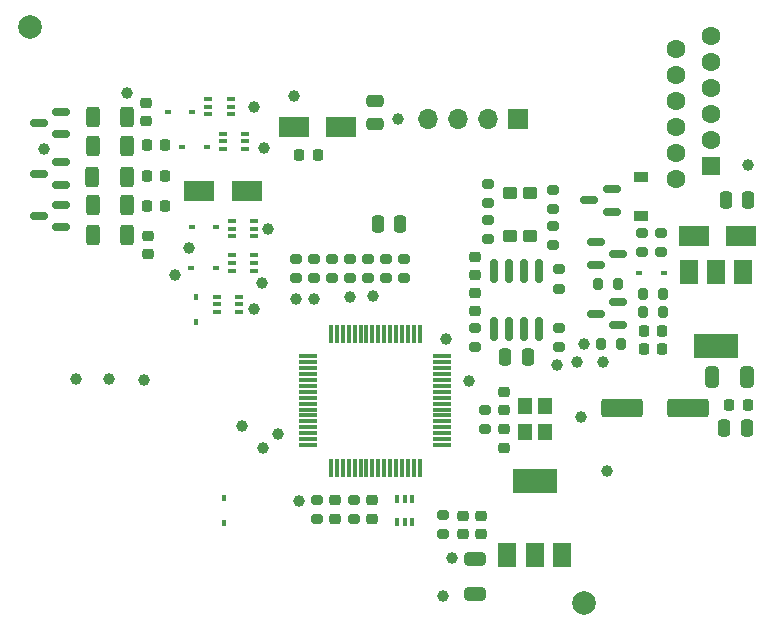
<source format=gbs>
G04 #@! TF.GenerationSoftware,KiCad,Pcbnew,(6.0.5)*
G04 #@! TF.CreationDate,2022-08-10T11:04:04+08:00*
G04 #@! TF.ProjectId,SX7H02050048,53583748-3032-4303-9530-3034382e6b69,rev?*
G04 #@! TF.SameCoordinates,PX59a5380PY6d321a0*
G04 #@! TF.FileFunction,Soldermask,Bot*
G04 #@! TF.FilePolarity,Negative*
%FSLAX46Y46*%
G04 Gerber Fmt 4.6, Leading zero omitted, Abs format (unit mm)*
G04 Created by KiCad (PCBNEW (6.0.5)) date 2022-08-10 11:04:04*
%MOMM*%
%LPD*%
G01*
G04 APERTURE LIST*
G04 Aperture macros list*
%AMRoundRect*
0 Rectangle with rounded corners*
0 $1 Rounding radius*
0 $2 $3 $4 $5 $6 $7 $8 $9 X,Y pos of 4 corners*
0 Add a 4 corners polygon primitive as box body*
4,1,4,$2,$3,$4,$5,$6,$7,$8,$9,$2,$3,0*
0 Add four circle primitives for the rounded corners*
1,1,$1+$1,$2,$3*
1,1,$1+$1,$4,$5*
1,1,$1+$1,$6,$7*
1,1,$1+$1,$8,$9*
0 Add four rect primitives between the rounded corners*
20,1,$1+$1,$2,$3,$4,$5,0*
20,1,$1+$1,$4,$5,$6,$7,0*
20,1,$1+$1,$6,$7,$8,$9,0*
20,1,$1+$1,$8,$9,$2,$3,0*%
G04 Aperture macros list end*
%ADD10R,2.500000X1.800000*%
%ADD11R,1.700000X1.700000*%
%ADD12O,1.700000X1.700000*%
%ADD13C,1.000000*%
%ADD14R,1.600000X1.600000*%
%ADD15C,1.600000*%
%ADD16RoundRect,0.250000X-0.250000X-0.475000X0.250000X-0.475000X0.250000X0.475000X-0.250000X0.475000X0*%
%ADD17RoundRect,0.200000X0.275000X-0.200000X0.275000X0.200000X-0.275000X0.200000X-0.275000X-0.200000X0*%
%ADD18RoundRect,0.200000X-0.275000X0.200000X-0.275000X-0.200000X0.275000X-0.200000X0.275000X0.200000X0*%
%ADD19R,0.600000X0.450000*%
%ADD20RoundRect,0.200000X-0.200000X-0.275000X0.200000X-0.275000X0.200000X0.275000X-0.200000X0.275000X0*%
%ADD21RoundRect,0.225000X0.250000X-0.225000X0.250000X0.225000X-0.250000X0.225000X-0.250000X-0.225000X0*%
%ADD22RoundRect,0.225000X-0.250000X0.225000X-0.250000X-0.225000X0.250000X-0.225000X0.250000X0.225000X0*%
%ADD23RoundRect,0.250000X0.475000X-0.250000X0.475000X0.250000X-0.475000X0.250000X-0.475000X-0.250000X0*%
%ADD24RoundRect,0.200000X0.200000X0.275000X-0.200000X0.275000X-0.200000X-0.275000X0.200000X-0.275000X0*%
%ADD25RoundRect,0.250000X-0.312500X-0.625000X0.312500X-0.625000X0.312500X0.625000X-0.312500X0.625000X0*%
%ADD26RoundRect,0.150000X0.587500X0.150000X-0.587500X0.150000X-0.587500X-0.150000X0.587500X-0.150000X0*%
%ADD27R,0.650000X0.400000*%
%ADD28R,1.200000X0.900000*%
%ADD29RoundRect,0.150000X0.150000X-0.825000X0.150000X0.825000X-0.150000X0.825000X-0.150000X-0.825000X0*%
%ADD30R,0.450000X0.600000*%
%ADD31RoundRect,0.225000X-0.225000X-0.250000X0.225000X-0.250000X0.225000X0.250000X-0.225000X0.250000X0*%
%ADD32R,1.500000X2.000000*%
%ADD33R,3.800000X2.000000*%
%ADD34RoundRect,0.075000X0.700000X0.075000X-0.700000X0.075000X-0.700000X-0.075000X0.700000X-0.075000X0*%
%ADD35RoundRect,0.075000X0.075000X0.700000X-0.075000X0.700000X-0.075000X-0.700000X0.075000X-0.700000X0*%
%ADD36RoundRect,0.150000X-0.587500X-0.150000X0.587500X-0.150000X0.587500X0.150000X-0.587500X0.150000X0*%
%ADD37C,2.000000*%
%ADD38RoundRect,0.250000X0.250000X0.475000X-0.250000X0.475000X-0.250000X-0.475000X0.250000X-0.475000X0*%
%ADD39RoundRect,0.250000X-0.650000X0.325000X-0.650000X-0.325000X0.650000X-0.325000X0.650000X0.325000X0*%
%ADD40RoundRect,0.225000X0.225000X0.250000X-0.225000X0.250000X-0.225000X-0.250000X0.225000X-0.250000X0*%
%ADD41R,0.400000X0.650000*%
%ADD42RoundRect,0.250000X-0.325000X-0.650000X0.325000X-0.650000X0.325000X0.650000X-0.325000X0.650000X0*%
%ADD43R,1.200000X1.400000*%
%ADD44RoundRect,0.050000X0.525000X0.450000X-0.525000X0.450000X-0.525000X-0.450000X0.525000X-0.450000X0*%
%ADD45RoundRect,0.250000X1.500000X0.550000X-1.500000X0.550000X-1.500000X-0.550000X1.500000X-0.550000X0*%
G04 APERTURE END LIST*
D10*
G04 #@! TO.C,D104*
X15912400Y36522000D03*
X19912400Y36522000D03*
G04 #@! TD*
D11*
G04 #@! TO.C,J101*
X42896000Y42618000D03*
D12*
X40356000Y42618000D03*
X37816000Y42618000D03*
X35276000Y42618000D03*
G04 #@! TD*
D13*
G04 #@! TO.C,TP83*
X13823000Y29359200D03*
G04 #@! TD*
D14*
G04 #@! TO.C,J1*
X59250000Y38650000D03*
D15*
X59250000Y40850000D03*
X59250000Y43050000D03*
X59250000Y45250000D03*
X59250000Y47450000D03*
X59250000Y49650000D03*
X56250000Y37550000D03*
X56250000Y39750000D03*
X56250000Y41950000D03*
X56250000Y44150000D03*
X56250000Y46350000D03*
X56250000Y48550000D03*
G04 #@! TD*
D13*
G04 #@! TO.C,TP73*
X9784400Y44827800D03*
G04 #@! TD*
G04 #@! TO.C,TP70*
X2774000Y40078000D03*
G04 #@! TD*
G04 #@! TO.C,TP84*
X15067600Y31696000D03*
G04 #@! TD*
G04 #@! TO.C,TP23*
X46208000Y21790000D03*
G04 #@! TD*
G04 #@! TO.C,TP12*
X50399000Y12773000D03*
G04 #@! TD*
D16*
G04 #@! TO.C,C148*
X41829000Y22425000D03*
X43729000Y22425000D03*
G04 #@! TD*
D13*
G04 #@! TO.C,TP50*
X5491800Y20545400D03*
G04 #@! TD*
D17*
G04 #@! TO.C,L105*
X33254000Y29093000D03*
X33254000Y30743000D03*
G04 #@! TD*
G04 #@! TO.C,R134*
X24110000Y29093000D03*
X24110000Y30743000D03*
G04 #@! TD*
D13*
G04 #@! TO.C,TP57*
X25634000Y27378000D03*
G04 #@! TD*
G04 #@! TO.C,TP72*
X20579400Y43608600D03*
G04 #@! TD*
D18*
G04 #@! TO.C,R154*
X46335000Y24901000D03*
X46335000Y23251000D03*
G04 #@! TD*
D19*
G04 #@! TO.C,D7*
X15262200Y33423200D03*
X17362200Y33423200D03*
G04 #@! TD*
D13*
G04 #@! TO.C,TP80*
X20579400Y26489000D03*
G04 #@! TD*
D18*
G04 #@! TO.C,R152*
X46335000Y29854000D03*
X46335000Y28204000D03*
G04 #@! TD*
D20*
G04 #@! TO.C,R102*
X49701000Y28648000D03*
X51351000Y28648000D03*
G04 #@! TD*
D21*
G04 #@! TO.C,C139*
X11435400Y42401800D03*
X11435400Y43951800D03*
G04 #@! TD*
D19*
G04 #@! TO.C,D6*
X13230200Y43151400D03*
X15330200Y43151400D03*
G04 #@! TD*
D13*
G04 #@! TO.C,TP71*
X21747800Y33245400D03*
G04 #@! TD*
G04 #@! TO.C,TP17*
X23932200Y44523000D03*
G04 #@! TD*
G04 #@! TO.C,TP4*
X62337000Y38681000D03*
G04 #@! TD*
G04 #@! TO.C,TP60*
X28682000Y27505000D03*
G04 #@! TD*
D10*
G04 #@! TO.C,D105*
X23938800Y41906800D03*
X27938800Y41906800D03*
G04 #@! TD*
D22*
G04 #@! TO.C,C114*
X41712200Y19517000D03*
X41712200Y17967000D03*
G04 #@! TD*
D23*
G04 #@! TO.C,C109*
X30813000Y42176000D03*
X30813000Y44076000D03*
G04 #@! TD*
D24*
G04 #@! TO.C,R103*
X55149400Y27741000D03*
X53499400Y27741000D03*
G04 #@! TD*
D17*
G04 #@! TO.C,R115*
X31730000Y29093000D03*
X31730000Y30743000D03*
G04 #@! TD*
D18*
G04 #@! TO.C,R106*
X53425000Y32950000D03*
X53425000Y31300000D03*
G04 #@! TD*
D21*
G04 #@! TO.C,C111*
X39731000Y7426000D03*
X39731000Y8976000D03*
G04 #@! TD*
D13*
G04 #@! TO.C,TP43*
X21316000Y14779600D03*
G04 #@! TD*
D16*
G04 #@! TO.C,C132*
X31034000Y33728000D03*
X32934000Y33728000D03*
G04 #@! TD*
D25*
G04 #@! TO.C,R147*
X6875900Y40305400D03*
X9800900Y40305400D03*
G04 #@! TD*
D26*
G04 #@! TO.C,D8*
X4219500Y35338400D03*
X4219500Y33438400D03*
X2344500Y34388400D03*
G04 #@! TD*
D18*
G04 #@! TO.C,R135*
X25634000Y30743000D03*
X25634000Y29093000D03*
G04 #@! TD*
D19*
G04 #@! TO.C,D3*
X53150000Y29575000D03*
X55250000Y29575000D03*
G04 #@! TD*
D18*
G04 #@! TO.C,R114*
X30206000Y30743000D03*
X30206000Y29093000D03*
G04 #@! TD*
D13*
G04 #@! TO.C,TP5*
X50068800Y22044000D03*
G04 #@! TD*
D25*
G04 #@! TO.C,R144*
X6866700Y37665000D03*
X9791700Y37665000D03*
G04 #@! TD*
D13*
G04 #@! TO.C,TP16*
X32746000Y42618000D03*
G04 #@! TD*
D27*
G04 #@! TO.C,Q106*
X20538800Y31050600D03*
X20538800Y30400600D03*
X20538800Y29750600D03*
X18638800Y29750600D03*
X18638800Y30400600D03*
X18638800Y31050600D03*
G04 #@! TD*
G04 #@! TO.C,Q103*
X18583000Y44284000D03*
X18583000Y43634000D03*
X18583000Y42984000D03*
X16683000Y42984000D03*
X16683000Y43634000D03*
X16683000Y44284000D03*
G04 #@! TD*
D25*
G04 #@! TO.C,R146*
X9824500Y35277400D03*
X6899500Y35277400D03*
G04 #@! TD*
D28*
G04 #@! TO.C,D101*
X53275000Y34400000D03*
X53275000Y37700000D03*
G04 #@! TD*
D17*
G04 #@! TO.C,R151*
X45827000Y31887000D03*
X45827000Y33537000D03*
G04 #@! TD*
D21*
G04 #@! TO.C,C110*
X38207000Y7426000D03*
X38207000Y8976000D03*
G04 #@! TD*
D29*
G04 #@! TO.C,U104*
X44684000Y24776000D03*
X43414000Y24776000D03*
X42144000Y24776000D03*
X40874000Y24776000D03*
X40874000Y29726000D03*
X42144000Y29726000D03*
X43414000Y29726000D03*
X44684000Y29726000D03*
G04 #@! TD*
D18*
G04 #@! TO.C,R150*
X40366000Y34045000D03*
X40366000Y32395000D03*
G04 #@! TD*
D13*
G04 #@! TO.C,TP58*
X30587000Y27632000D03*
G04 #@! TD*
D18*
G04 #@! TO.C,R105*
X55025000Y32950000D03*
X55025000Y31300000D03*
G04 #@! TD*
D30*
G04 #@! TO.C,D10*
X15601000Y27488200D03*
X15601000Y25388200D03*
G04 #@! TD*
D26*
G04 #@! TO.C,D108*
X50812500Y36650000D03*
X50812500Y34750000D03*
X48937500Y35700000D03*
G04 #@! TD*
D31*
G04 #@! TO.C,C105*
X60800000Y18361000D03*
X62350000Y18361000D03*
G04 #@! TD*
D32*
G04 #@! TO.C,U101*
X46603000Y5686000D03*
D33*
X44303000Y11986000D03*
D32*
X44303000Y5686000D03*
X42003000Y5686000D03*
G04 #@! TD*
D13*
G04 #@! TO.C,U102*
X36784600Y23949000D03*
D34*
X36490600Y22492000D03*
X36490600Y21992000D03*
X36490600Y21492000D03*
X36490600Y20992000D03*
X36490600Y20492000D03*
X36490600Y19992000D03*
X36490600Y19492000D03*
X36490600Y18992000D03*
X36490600Y18492000D03*
X36490600Y17992000D03*
X36490600Y17492000D03*
X36490600Y16992000D03*
X36490600Y16492000D03*
X36490600Y15992000D03*
X36490600Y15492000D03*
X36490600Y14992000D03*
D35*
X34565600Y13067000D03*
X34065600Y13067000D03*
X33565600Y13067000D03*
X33065600Y13067000D03*
X32565600Y13067000D03*
X32065600Y13067000D03*
X31565600Y13067000D03*
X31065600Y13067000D03*
X30565600Y13067000D03*
X30065600Y13067000D03*
X29565600Y13067000D03*
X29065600Y13067000D03*
X28565600Y13067000D03*
X28065600Y13067000D03*
X27565600Y13067000D03*
X27065600Y13067000D03*
D34*
X25140600Y14992000D03*
X25140600Y15492000D03*
X25140600Y15992000D03*
X25140600Y16492000D03*
X25140600Y16992000D03*
X25140600Y17492000D03*
X25140600Y17992000D03*
X25140600Y18492000D03*
X25140600Y18992000D03*
X25140600Y19492000D03*
X25140600Y19992000D03*
X25140600Y20492000D03*
X25140600Y20992000D03*
X25140600Y21492000D03*
X25140600Y21992000D03*
X25140600Y22492000D03*
D35*
X27065600Y24417000D03*
X27565600Y24417000D03*
X28065600Y24417000D03*
X28565600Y24417000D03*
X29065600Y24417000D03*
X29565600Y24417000D03*
X30065600Y24417000D03*
X30565600Y24417000D03*
X31065600Y24417000D03*
X31565600Y24417000D03*
X32065600Y24417000D03*
X32565600Y24417000D03*
X33065600Y24417000D03*
X33565600Y24417000D03*
X34065600Y24417000D03*
X34565600Y24417000D03*
G04 #@! TD*
D26*
G04 #@! TO.C,D103*
X51336500Y27058000D03*
X51336500Y25158000D03*
X49461500Y26108000D03*
G04 #@! TD*
D27*
G04 #@! TO.C,Q107*
X19802200Y41363000D03*
X19802200Y40713000D03*
X19802200Y40063000D03*
X17902200Y40063000D03*
X17902200Y40713000D03*
X17902200Y41363000D03*
G04 #@! TD*
D20*
G04 #@! TO.C,R101*
X49955000Y23568000D03*
X51605000Y23568000D03*
G04 #@! TD*
D30*
G04 #@! TO.C,D4*
X18014000Y10521000D03*
X18014000Y8421000D03*
G04 #@! TD*
D25*
G04 #@! TO.C,R145*
X9800900Y32805400D03*
X6875900Y32805400D03*
G04 #@! TD*
D27*
G04 #@! TO.C,Q104*
X20538800Y33946200D03*
X20538800Y33296200D03*
X20538800Y32646200D03*
X18638800Y32646200D03*
X18638800Y33296200D03*
X18638800Y33946200D03*
G04 #@! TD*
D22*
G04 #@! TO.C,C141*
X11562400Y31124200D03*
X11562400Y32674200D03*
G04 #@! TD*
D36*
G04 #@! TO.C,Q101*
X49461500Y30238000D03*
X49461500Y32138000D03*
X51336500Y31188000D03*
G04 #@! TD*
D13*
G04 #@! TO.C,TP94*
X37318000Y5407000D03*
G04 #@! TD*
D37*
G04 #@! TO.C,MARK4*
X1600000Y50400000D03*
G04 #@! TD*
D38*
G04 #@! TO.C,C101*
X62398000Y35760000D03*
X60498000Y35760000D03*
G04 #@! TD*
D21*
G04 #@! TO.C,C146*
X39223000Y29397000D03*
X39223000Y30947000D03*
G04 #@! TD*
D20*
G04 #@! TO.C,R104*
X53499400Y26217000D03*
X55149400Y26217000D03*
G04 #@! TD*
D18*
G04 #@! TO.C,R136*
X28682000Y30743000D03*
X28682000Y29093000D03*
G04 #@! TD*
G04 #@! TO.C,R111*
X40137400Y17992200D03*
X40137400Y16342200D03*
G04 #@! TD*
D22*
G04 #@! TO.C,C106*
X27437400Y10296800D03*
X27437400Y8746800D03*
G04 #@! TD*
D13*
G04 #@! TO.C,TP2*
X38715000Y20393000D03*
G04 #@! TD*
D18*
G04 #@! TO.C,R113*
X27158000Y30743000D03*
X27158000Y29093000D03*
G04 #@! TD*
D26*
G04 #@! TO.C,D9*
X4219500Y38919800D03*
X4219500Y37019800D03*
X2344500Y37969800D03*
G04 #@! TD*
D18*
G04 #@! TO.C,R149*
X45827000Y36585000D03*
X45827000Y34935000D03*
G04 #@! TD*
G04 #@! TO.C,R153*
X39223000Y24901000D03*
X39223000Y23251000D03*
G04 #@! TD*
D13*
G04 #@! TO.C,TP51*
X24110000Y27378000D03*
G04 #@! TD*
D18*
G04 #@! TO.C,R107*
X25888000Y10346800D03*
X25888000Y8696800D03*
G04 #@! TD*
D21*
G04 #@! TO.C,C147*
X39223000Y26349000D03*
X39223000Y27899000D03*
G04 #@! TD*
D10*
G04 #@! TO.C,D102*
X57797000Y32712000D03*
X61797000Y32712000D03*
G04 #@! TD*
D39*
G04 #@! TO.C,C108*
X39223000Y5358000D03*
X39223000Y2408000D03*
G04 #@! TD*
D40*
G04 #@! TO.C,L101*
X55087000Y23113000D03*
X53537000Y23113000D03*
G04 #@! TD*
D13*
G04 #@! TO.C,TP9*
X48225000Y17325000D03*
G04 #@! TD*
D31*
G04 #@! TO.C,C140*
X11473200Y37766600D03*
X13023200Y37766600D03*
G04 #@! TD*
D18*
G04 #@! TO.C,R108*
X28986800Y10346800D03*
X28986800Y8696800D03*
G04 #@! TD*
D16*
G04 #@! TO.C,C107*
X60371000Y16456000D03*
X62271000Y16456000D03*
G04 #@! TD*
D13*
G04 #@! TO.C,TP13*
X24313200Y10258400D03*
G04 #@! TD*
D41*
G04 #@! TO.C,D2*
X32654800Y10384600D03*
X33304800Y10384600D03*
X33954800Y10384600D03*
X33954800Y8484600D03*
X33304800Y8484600D03*
X32654800Y8484600D03*
G04 #@! TD*
D13*
G04 #@! TO.C,TP45*
X22586000Y15897200D03*
G04 #@! TD*
D31*
G04 #@! TO.C,C102*
X53549400Y24637000D03*
X55099400Y24637000D03*
G04 #@! TD*
D42*
G04 #@! TO.C,C103*
X59338000Y20774000D03*
X62288000Y20774000D03*
G04 #@! TD*
D18*
G04 #@! TO.C,R117*
X36556000Y9078700D03*
X36556000Y7428700D03*
G04 #@! TD*
D13*
G04 #@! TO.C,TP46*
X19538000Y16608400D03*
G04 #@! TD*
G04 #@! TO.C,TP47*
X11206800Y20520000D03*
G04 #@! TD*
D26*
G04 #@! TO.C,D5*
X4244900Y43212400D03*
X4244900Y41312400D03*
X2369900Y42262400D03*
G04 #@! TD*
D13*
G04 #@! TO.C,TP81*
X21189000Y28673400D03*
G04 #@! TD*
D43*
G04 #@! TO.C,Y101*
X45153000Y18318000D03*
X45153000Y16118000D03*
X43453000Y16118000D03*
X43453000Y18318000D03*
G04 #@! TD*
D31*
G04 #@! TO.C,C142*
X11473200Y35201200D03*
X13023200Y35201200D03*
G04 #@! TD*
D18*
G04 #@! TO.C,R148*
X40366000Y37093000D03*
X40366000Y35443000D03*
G04 #@! TD*
D13*
G04 #@! TO.C,TP24*
X47859000Y22044000D03*
G04 #@! TD*
D44*
G04 #@! TO.C,L104*
X43927100Y36356600D03*
X43927100Y32676600D03*
X42197100Y32676600D03*
X42197100Y36356600D03*
G04 #@! TD*
D31*
G04 #@! TO.C,C112*
X24376400Y39519200D03*
X25926400Y39519200D03*
G04 #@! TD*
D45*
G04 #@! TO.C,C104*
X57263000Y18107000D03*
X51663000Y18107000D03*
G04 #@! TD*
D21*
G04 #@! TO.C,L102*
X30561600Y8746800D03*
X30561600Y10296800D03*
G04 #@! TD*
D19*
G04 #@! TO.C,D11*
X15236800Y29943400D03*
X17336800Y29943400D03*
G04 #@! TD*
D13*
G04 #@! TO.C,TP82*
X21392200Y40154200D03*
G04 #@! TD*
D21*
G04 #@! TO.C,C115*
X41712200Y14766600D03*
X41712200Y16316600D03*
G04 #@! TD*
D13*
G04 #@! TO.C,TP49*
X8235000Y20570800D03*
G04 #@! TD*
G04 #@! TO.C,TP8*
X48494000Y23568000D03*
G04 #@! TD*
D19*
G04 #@! TO.C,D12*
X14474800Y40255800D03*
X16574800Y40255800D03*
G04 #@! TD*
D25*
G04 #@! TO.C,R143*
X6875900Y42805400D03*
X9800900Y42805400D03*
G04 #@! TD*
D32*
G04 #@! TO.C,Q102*
X57370000Y29639000D03*
X59670000Y29639000D03*
D33*
X59670000Y23339000D03*
D32*
X61970000Y29639000D03*
G04 #@! TD*
D13*
G04 #@! TO.C,TP15*
X36556000Y2232000D03*
G04 #@! TD*
D31*
G04 #@! TO.C,C143*
X11500400Y40382800D03*
X13050400Y40382800D03*
G04 #@! TD*
D37*
G04 #@! TO.C,MARK3*
X48494000Y1600000D03*
G04 #@! TD*
D27*
G04 #@! TO.C,Q105*
X19294200Y27545400D03*
X19294200Y26895400D03*
X19294200Y26245400D03*
X17394200Y26245400D03*
X17394200Y26895400D03*
X17394200Y27545400D03*
G04 #@! TD*
M02*

</source>
